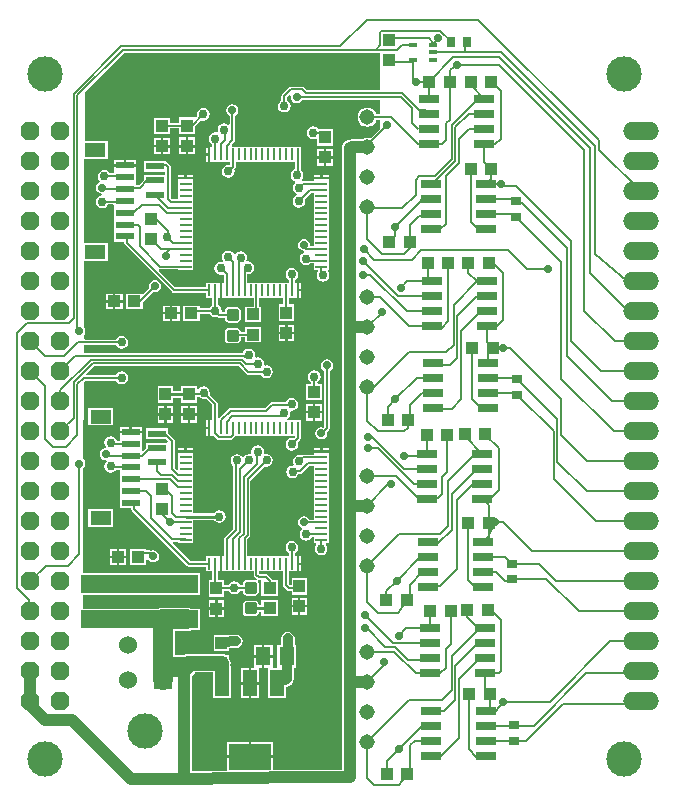
<source format=gtl>
G04*
G04 #@! TF.GenerationSoftware,Altium Limited,Altium Designer,23.7.1 (13)*
G04*
G04 Layer_Physical_Order=1*
G04 Layer_Color=255*
%FSLAX44Y44*%
%MOMM*%
G71*
G04*
G04 #@! TF.SameCoordinates,79E1B895-7913-4AE0-894B-E54B3F4E96D7*
G04*
G04*
G04 #@! TF.FilePolarity,Positive*
G04*
G01*
G75*
%ADD12R,0.7000X0.8999*%
%ADD13R,1.8001X1.1999*%
%ADD14R,1.5499X0.6000*%
%ADD15R,2.0000X1.5001*%
%ADD16R,1.0000X1.1001*%
%ADD17R,0.7000X0.4001*%
%ADD18R,1.0500X1.0800*%
%ADD19R,1.7800X0.7201*%
%ADD20R,1.3000X1.6000*%
%ADD21R,3.5999X2.1999*%
%ADD22R,1.2190X2.2350*%
%ADD23R,0.8999X0.7000*%
%ADD24R,1.6000X0.6000*%
%ADD25R,1.1001X1.0000*%
G04:AMPARAMS|DCode=26|XSize=1mm|YSize=1mm|CornerRadius=0.15mm|HoleSize=0mm|Usage=FLASHONLY|Rotation=0.000|XOffset=0mm|YOffset=0mm|HoleType=Round|Shape=RoundedRectangle|*
%AMROUNDEDRECTD26*
21,1,1.0000,0.7000,0,0,0.0*
21,1,0.7000,1.0000,0,0,0.0*
1,1,0.3000,0.3500,-0.3500*
1,1,0.3000,-0.3500,-0.3500*
1,1,0.3000,-0.3500,0.3500*
1,1,0.3000,0.3500,0.3500*
%
%ADD26ROUNDEDRECTD26*%
%ADD27R,1.1001X1.0000*%
%ADD28R,0.2200X1.0000*%
%ADD29R,1.0000X0.2200*%
%ADD56C,0.1524*%
%ADD57C,0.1600*%
%ADD58C,1.0160*%
%ADD59C,1.2700*%
%ADD60C,1.6764*%
%ADD61C,0.4064*%
%ADD62C,0.2499*%
%ADD63C,0.8128*%
%ADD64C,3.0000*%
G04:AMPARAMS|DCode=65|XSize=1.524mm|YSize=1.524mm|CornerRadius=0mm|HoleSize=0mm|Usage=FLASHONLY|Rotation=90.000|XOffset=0mm|YOffset=0mm|HoleType=Round|Shape=Octagon|*
%AMOCTAGOND65*
4,1,8,0.3810,0.7620,-0.3810,0.7620,-0.7620,0.3810,-0.7620,-0.3810,-0.3810,-0.7620,0.3810,-0.7620,0.7620,-0.3810,0.7620,0.3810,0.3810,0.7620,0.0*
%
%ADD65OCTAGOND65*%

%ADD66O,3.0480X1.5240*%
%ADD67C,1.3081*%
%ADD68C,1.5301*%
%ADD69R,1.5301X1.5301*%
%ADD70C,0.7064*%
%ADD71C,0.7564*%
G36*
X318750Y600771D02*
X256980D01*
X254477Y603275D01*
X253708Y603788D01*
X252801Y603969D01*
X243200D01*
X242293Y603788D01*
X241524Y603275D01*
X235825Y597575D01*
X235311Y596806D01*
X235131Y595899D01*
Y592298D01*
X233675Y591325D01*
X232502Y589570D01*
X232090Y587500D01*
X232502Y585429D01*
X233675Y583674D01*
X235430Y582501D01*
X237500Y582089D01*
X239571Y582501D01*
X241326Y583674D01*
X242498Y585429D01*
X242910Y587500D01*
X242498Y589570D01*
X241326Y591325D01*
X239870Y592298D01*
Y594918D01*
X241898Y596946D01*
X243068Y596320D01*
X242846Y595201D01*
X243238Y593228D01*
X244355Y591556D01*
X246028Y590438D01*
X248001Y590046D01*
X249973Y590438D01*
X251646Y591556D01*
X252498Y592831D01*
X318750D01*
Y580469D01*
X315547D01*
X314844Y582166D01*
X313551Y583851D01*
X311867Y585143D01*
X309905Y585956D01*
X307800Y586233D01*
X305695Y585956D01*
X303733Y585143D01*
X302048Y583851D01*
X300755Y582166D01*
X299943Y580204D01*
X299666Y578099D01*
X299943Y575994D01*
X300755Y574032D01*
X302048Y572347D01*
X303733Y571055D01*
X305695Y570242D01*
X307800Y569965D01*
X309905Y570242D01*
X311867Y571055D01*
X313551Y572347D01*
X314844Y574032D01*
X315547Y575729D01*
X318750D01*
Y568501D01*
X310541Y560292D01*
X309905Y560556D01*
X307800Y560833D01*
X305695Y560556D01*
X303733Y559743D01*
X303233Y559360D01*
X295100D01*
X293376Y559133D01*
X291975Y558553D01*
X291077Y558434D01*
X289471Y557769D01*
X288091Y556711D01*
X287032Y555331D01*
X286367Y553724D01*
X286140Y552000D01*
Y550400D01*
X286140Y550400D01*
X286140Y550400D01*
Y403200D01*
X286140Y403200D01*
X286140Y403199D01*
Y249601D01*
X286140Y249601D01*
X286140Y249601D01*
Y102400D01*
X286140Y102400D01*
X286140Y102400D01*
Y25762D01*
X248399D01*
X248344Y25754D01*
X248288Y25761D01*
X228730Y25433D01*
X227824Y26324D01*
Y35695D01*
X208300D01*
X188777D01*
Y24764D01*
X160467Y24289D01*
X159561Y25180D01*
Y105124D01*
X159965Y105434D01*
X161553Y107503D01*
X161783Y108057D01*
X177573D01*
Y85993D01*
X192810D01*
Y111390D01*
X192810D01*
X192036Y112175D01*
X192040Y112407D01*
X191862Y113919D01*
X191872Y113944D01*
X192143Y115999D01*
X191872Y118055D01*
X191079Y119970D01*
X190725Y120431D01*
Y123026D01*
X187812D01*
X186256Y123671D01*
X184201Y123941D01*
X156401D01*
X156400Y123941D01*
X155373Y123806D01*
X154345Y123671D01*
X152430Y122877D01*
X151926Y122491D01*
X144891D01*
Y131600D01*
X144725Y132861D01*
X144693Y133117D01*
Y142909D01*
X154701D01*
X157287Y143249D01*
X158793Y143873D01*
X166225D01*
Y161922D01*
X158806D01*
X157287Y162551D01*
X154701Y162892D01*
X134701D01*
X132115Y162551D01*
X130597Y161922D01*
X67748D01*
X66852Y162822D01*
X66896Y173876D01*
X166225D01*
Y191925D01*
X67868D01*
X66972Y192825D01*
X67324Y280940D01*
X67646Y281155D01*
X68763Y282827D01*
X69155Y284800D01*
X68763Y286773D01*
X67646Y288445D01*
X67355Y288639D01*
X67616Y353865D01*
X68881Y355130D01*
X95202D01*
X96174Y353675D01*
X97929Y352502D01*
X100000Y352090D01*
X102070Y352502D01*
X103825Y353675D01*
X104998Y355430D01*
X105410Y357500D01*
X104998Y359570D01*
X103825Y361325D01*
X102070Y362498D01*
X100000Y362910D01*
X97929Y362498D01*
X96174Y361325D01*
X95202Y359870D01*
X70479D01*
X69993Y361043D01*
X76181Y367231D01*
X199018D01*
X205423Y360826D01*
X206192Y360312D01*
X207099Y360131D01*
X217701D01*
X218673Y358676D01*
X220429Y357503D01*
X222499Y357091D01*
X224569Y357503D01*
X226324Y358676D01*
X227497Y360431D01*
X227909Y362501D01*
X227497Y364571D01*
X226324Y366327D01*
X224569Y367499D01*
X222499Y367911D01*
X221385Y367690D01*
X220305Y368770D01*
X220411Y369301D01*
X219999Y371371D01*
X218826Y373126D01*
X217071Y374299D01*
X215001Y374711D01*
X213729Y374458D01*
X212657Y375528D01*
X212910Y376799D01*
X212498Y378869D01*
X211326Y380624D01*
X209571Y381797D01*
X207500Y382209D01*
X205430Y381797D01*
X203675Y380624D01*
X202502Y378869D01*
X201600Y378371D01*
X68614D01*
X67717Y379271D01*
X67741Y385130D01*
X95202D01*
X96174Y383674D01*
X97929Y382502D01*
X100000Y382090D01*
X102070Y382502D01*
X103825Y383674D01*
X104998Y385429D01*
X105410Y387500D01*
X104998Y389570D01*
X103825Y391325D01*
X102070Y392498D01*
X100000Y392910D01*
X97929Y392498D01*
X96174Y391325D01*
X95202Y389869D01*
X68660D01*
X67764Y390769D01*
X67774Y393346D01*
X68763Y394826D01*
X69155Y396799D01*
X68763Y398772D01*
X67801Y400211D01*
X68027Y456677D01*
X87926D01*
Y471724D01*
X68987D01*
X68091Y472624D01*
X68371Y542676D01*
X87926D01*
Y557723D01*
X69331D01*
X68435Y558623D01*
X68599Y599648D01*
X101781Y632831D01*
X318750D01*
Y600771D01*
D02*
G37*
%LPC*%
G36*
X168999Y585909D02*
X166929Y585497D01*
X165173Y584325D01*
X164001Y582570D01*
X163589Y580499D01*
X163930Y578782D01*
X162706Y577557D01*
X161825Y577922D01*
Y577922D01*
X148777D01*
Y573270D01*
X140425D01*
Y577823D01*
X127377D01*
Y563775D01*
X140425D01*
Y568531D01*
X148777D01*
Y563874D01*
X161825D01*
Y569974D01*
X167282Y575431D01*
X168999Y575089D01*
X171069Y575501D01*
X172824Y576674D01*
X173997Y578429D01*
X174409Y580499D01*
X173997Y582570D01*
X172824Y584325D01*
X171069Y585497D01*
X168999Y585909D01*
D02*
G37*
G36*
X193599Y589154D02*
X191626Y588762D01*
X189954Y587644D01*
X188836Y585972D01*
X188444Y583999D01*
X188836Y582027D01*
X189954Y580354D01*
X191229Y579502D01*
Y572084D01*
X189959Y571569D01*
X188570Y572498D01*
X186500Y572910D01*
X184429Y572498D01*
X182674Y571325D01*
X181501Y569570D01*
X181089Y567500D01*
X181343Y566225D01*
X180273Y565155D01*
X178999Y565409D01*
X176929Y564997D01*
X175173Y563824D01*
X174001Y562069D01*
X173589Y559999D01*
X174001Y557929D01*
X175173Y556173D01*
X176629Y555201D01*
Y553124D01*
X175016D01*
Y546600D01*
Y540076D01*
X191630D01*
Y538407D01*
X190649Y537601D01*
X190101Y537710D01*
X188031Y537298D01*
X186276Y536126D01*
X185103Y534370D01*
X184691Y532300D01*
X185103Y530230D01*
X186276Y528475D01*
X188031Y527302D01*
X190101Y526890D01*
X192171Y527302D01*
X193927Y528475D01*
X195099Y530230D01*
X195511Y532300D01*
X195170Y534017D01*
X195676Y534524D01*
X196189Y535292D01*
X196370Y536199D01*
Y540076D01*
X246632D01*
Y534178D01*
X246230Y534098D01*
X244475Y532925D01*
X243302Y531170D01*
X242890Y529100D01*
X243302Y527029D01*
X244475Y525274D01*
X246230Y524102D01*
X246745Y523999D01*
X247013Y522651D01*
X246375Y522224D01*
X245202Y520469D01*
X244790Y518399D01*
X245202Y516328D01*
X246375Y514573D01*
X248130Y513400D01*
X248252Y513376D01*
Y512081D01*
X247830Y511997D01*
X246075Y510825D01*
X244902Y509070D01*
X244490Y506999D01*
X244902Y504929D01*
X246075Y503174D01*
X247830Y502001D01*
X249900Y501589D01*
X251971Y502001D01*
X253726Y503174D01*
X254899Y504929D01*
X255310Y506999D01*
X254969Y508717D01*
X260481Y514231D01*
X262477D01*
Y508975D01*
Y498975D01*
Y488975D01*
Y478975D01*
Y468970D01*
X260251D01*
X259445Y469952D01*
X259455Y469999D01*
X259062Y471972D01*
X257945Y473644D01*
X256272Y474762D01*
X254300Y475154D01*
X252327Y474762D01*
X250655Y473644D01*
X249537Y471972D01*
X249145Y469999D01*
X249537Y468026D01*
X250655Y466354D01*
X252327Y465237D01*
X254079Y464888D01*
X254476Y464622D01*
X254354Y463329D01*
X254342Y463301D01*
X253830Y463199D01*
X252075Y462026D01*
X250902Y460271D01*
X250490Y458201D01*
X250902Y456130D01*
X252075Y454375D01*
X253830Y453203D01*
X255900Y452791D01*
X257970Y453203D01*
X259509Y454231D01*
X262477D01*
Y448975D01*
X265763D01*
X266074Y448517D01*
X266326Y447705D01*
X265301Y446171D01*
X264889Y444101D01*
X265301Y442031D01*
X266474Y440276D01*
X268229Y439103D01*
X270299Y438691D01*
X272369Y439103D01*
X274125Y440276D01*
X275297Y442031D01*
X275709Y444101D01*
X275297Y446171D01*
X274272Y447705D01*
X274667Y448975D01*
X275525D01*
Y458975D01*
Y468975D01*
Y478975D01*
Y488975D01*
Y498975D01*
Y508975D01*
Y518975D01*
Y525584D01*
X269001D01*
X262477D01*
Y523969D01*
X253401D01*
X252974Y523884D01*
X252598Y524063D01*
X252465Y524403D01*
X252339Y525593D01*
X253298Y527029D01*
X253710Y529100D01*
X253298Y531170D01*
X252126Y532925D01*
X251371Y533430D01*
Y540076D01*
X251625D01*
Y553124D01*
X193333D01*
X192847Y554298D01*
X195274Y556726D01*
X195788Y557494D01*
X195968Y558401D01*
Y579502D01*
X197244Y580354D01*
X198361Y582027D01*
X198754Y583999D01*
X198361Y585972D01*
X197244Y587644D01*
X195571Y588762D01*
X193599Y589154D01*
D02*
G37*
G36*
X161825Y560925D02*
X156317D01*
Y554916D01*
X161825D01*
Y560925D01*
D02*
G37*
G36*
X154285D02*
X148777D01*
Y554916D01*
X154285D01*
Y560925D01*
D02*
G37*
G36*
X140425Y560826D02*
X134917D01*
Y554817D01*
X140425D01*
Y560826D01*
D02*
G37*
G36*
X132885D02*
X127377D01*
Y554817D01*
X132885D01*
Y560826D01*
D02*
G37*
G36*
X262100Y570410D02*
X260030Y569998D01*
X258275Y568826D01*
X257102Y567071D01*
X256690Y565000D01*
X257102Y562930D01*
X258275Y561175D01*
X260030Y560002D01*
X262100Y559590D01*
X264170Y560002D01*
X264456Y560193D01*
X265576Y559594D01*
Y554074D01*
X278624D01*
Y568123D01*
X266395D01*
X265926Y568826D01*
X264170Y569998D01*
X262100Y570410D01*
D02*
G37*
G36*
X172984Y553124D02*
X171376D01*
Y547616D01*
X172984D01*
Y553124D01*
D02*
G37*
G36*
X161825Y552884D02*
X156317D01*
Y546876D01*
X161825D01*
Y552884D01*
D02*
G37*
G36*
X154285D02*
X148777D01*
Y546876D01*
X154285D01*
Y552884D01*
D02*
G37*
G36*
X140425Y552785D02*
X134917D01*
Y546777D01*
X140425D01*
Y552785D01*
D02*
G37*
G36*
X132885D02*
X127377D01*
Y546777D01*
X132885D01*
Y552785D01*
D02*
G37*
G36*
X278624Y551125D02*
X273116D01*
Y545117D01*
X278624D01*
Y551125D01*
D02*
G37*
G36*
X271084D02*
X265576D01*
Y545117D01*
X271084D01*
Y551125D01*
D02*
G37*
G36*
X172984Y545584D02*
X171376D01*
Y540076D01*
X172984D01*
Y545584D01*
D02*
G37*
G36*
X111925Y541724D02*
X103668D01*
Y538216D01*
X111925D01*
Y541724D01*
D02*
G37*
G36*
X101636D02*
X93378D01*
Y538216D01*
X101636D01*
Y541724D01*
D02*
G37*
G36*
X278624Y543085D02*
X273116D01*
Y537077D01*
X278624D01*
Y543085D01*
D02*
G37*
G36*
X271084D02*
X265576D01*
Y537077D01*
X271084D01*
Y543085D01*
D02*
G37*
G36*
X275525Y529224D02*
X270017D01*
Y527616D01*
X275525D01*
Y529224D01*
D02*
G37*
G36*
X160524D02*
X155016D01*
Y527616D01*
X160524D01*
Y529224D01*
D02*
G37*
G36*
X152984D02*
X147476D01*
Y527616D01*
X152984D01*
Y529224D01*
D02*
G37*
G36*
X267985D02*
X262477D01*
Y527616D01*
X267985D01*
Y529224D01*
D02*
G37*
G36*
X137624Y541022D02*
X118576D01*
Y531975D01*
X136830D01*
Y529024D01*
X118576D01*
Y525127D01*
X114218Y520768D01*
X112685D01*
X111925Y521724D01*
Y522676D01*
X111925D01*
Y531406D01*
X111925Y531724D01*
Y532676D01*
X111925Y532994D01*
Y536184D01*
X102652D01*
X93378D01*
Y532994D01*
X93378Y532676D01*
Y531724D01*
X92454Y530570D01*
X89799D01*
X88827Y532026D01*
X87071Y533199D01*
X85001Y533611D01*
X82931Y533199D01*
X81176Y532026D01*
X80003Y530271D01*
X79591Y528201D01*
X80003Y526130D01*
X81176Y524375D01*
X81208Y524354D01*
X80967Y522987D01*
X79555Y522044D01*
X78438Y520372D01*
X78045Y518399D01*
X78438Y516426D01*
X79555Y514754D01*
X81228Y513636D01*
X83200Y513244D01*
X83394Y512009D01*
X81331Y511599D01*
X79575Y510426D01*
X78403Y508671D01*
X77991Y506600D01*
X78403Y504530D01*
X79575Y502775D01*
X81331Y501602D01*
X83401Y501190D01*
X85471Y501602D01*
X87226Y502775D01*
X88199Y504231D01*
X92480D01*
X93353Y503358D01*
X93378Y502961D01*
X93378Y502676D01*
Y501724D01*
X93378Y501406D01*
Y492676D01*
X93378D01*
Y491724D01*
X93378D01*
Y482994D01*
X93378Y482676D01*
Y481724D01*
X93378Y481406D01*
Y472676D01*
X101631D01*
Y472001D01*
X101811Y471094D01*
X102325Y470325D01*
X142723Y429924D01*
X143492Y429410D01*
X144399Y429230D01*
X171376D01*
Y425075D01*
X176629D01*
Y418899D01*
X175173Y417927D01*
X174201Y416471D01*
X165823D01*
Y418624D01*
X151774D01*
Y405576D01*
X165823D01*
Y411732D01*
X174201D01*
X175173Y410276D01*
X176929Y409103D01*
X178999Y408691D01*
X180737Y409037D01*
X181035Y408838D01*
X181421Y408580D01*
X181422Y408580D01*
X181422Y408579D01*
X181857Y408493D01*
X182328Y408399D01*
X182328Y408399D01*
X182329Y408399D01*
X187318D01*
Y407271D01*
X187553Y406091D01*
X188221Y405091D01*
X189221Y404423D01*
X190401Y404188D01*
X197401D01*
X198581Y404423D01*
X199581Y405091D01*
X200250Y406091D01*
X200484Y407271D01*
Y414271D01*
X200250Y415451D01*
X199581Y416451D01*
X198581Y417120D01*
X197401Y417355D01*
X190401D01*
X189221Y417120D01*
X188221Y416451D01*
X187553Y415451D01*
X187318Y414271D01*
Y413138D01*
X185199D01*
X184409Y414101D01*
X183997Y416172D01*
X182824Y417927D01*
X181369Y418899D01*
Y425075D01*
X182984D01*
Y431599D01*
Y438123D01*
X171376D01*
Y433969D01*
X145381D01*
X131066Y448284D01*
X131797Y449350D01*
X132400Y449230D01*
X147476D01*
Y448975D01*
X160524D01*
Y458975D01*
Y468975D01*
Y478975D01*
Y488975D01*
Y498975D01*
Y508975D01*
Y518975D01*
Y525584D01*
X154000D01*
X147476D01*
Y518975D01*
Y508970D01*
X142381D01*
X141569Y509782D01*
Y536001D01*
X141389Y536908D01*
X140875Y537677D01*
X139275Y539277D01*
X138506Y539790D01*
X137624Y539966D01*
Y541022D01*
D02*
G37*
G36*
X189901Y465211D02*
X187830Y464799D01*
X186075Y463626D01*
X184902Y461871D01*
X184491Y459801D01*
X184902Y457731D01*
X185708Y456525D01*
X184944Y455382D01*
X183799Y455610D01*
X181729Y455198D01*
X179974Y454025D01*
X178801Y452270D01*
X178389Y450200D01*
X178801Y448129D01*
X179974Y446374D01*
X181729Y445201D01*
X183799Y444790D01*
X185517Y445131D01*
X186629Y444019D01*
Y438123D01*
X185016D01*
Y431599D01*
Y425075D01*
X211630D01*
Y417623D01*
X204177D01*
Y404575D01*
X218225D01*
Y417623D01*
X216370D01*
Y425075D01*
X236629D01*
Y419523D01*
X232876D01*
Y405474D01*
X245924D01*
Y419523D01*
X241368D01*
Y425075D01*
X247985D01*
Y431599D01*
Y438123D01*
X246370D01*
Y440202D01*
X247826Y441175D01*
X248998Y442930D01*
X249410Y445000D01*
X248998Y447071D01*
X247826Y448826D01*
X246070Y449999D01*
X244000Y450410D01*
X241930Y449999D01*
X240175Y448826D01*
X239002Y447071D01*
X238590Y445000D01*
X239002Y442930D01*
X240175Y441175D01*
X241630Y440202D01*
Y438123D01*
X206370D01*
Y445184D01*
X206500Y445290D01*
X208570Y445702D01*
X210325Y446875D01*
X211498Y448630D01*
X211910Y450700D01*
X211498Y452771D01*
X210325Y454526D01*
X208570Y455698D01*
X206500Y456110D01*
X206223Y456055D01*
X205518Y457111D01*
X205597Y457230D01*
X206009Y459301D01*
X205597Y461371D01*
X204424Y463126D01*
X202669Y464299D01*
X200599Y464711D01*
X198529Y464299D01*
X196774Y463126D01*
X196122Y462152D01*
X195832Y462085D01*
X194653Y462239D01*
X193726Y463626D01*
X191971Y464799D01*
X189901Y465211D01*
D02*
G37*
G36*
X251625Y438123D02*
X250017D01*
Y432615D01*
X251625D01*
Y438123D01*
D02*
G37*
G36*
X128001Y440356D02*
X126028Y439964D01*
X124356Y438846D01*
X123238Y437174D01*
X122846Y435201D01*
X123145Y433696D01*
X118691Y429241D01*
X117624Y428723D01*
Y428723D01*
X117624Y428723D01*
X103575D01*
Y415675D01*
X117624D01*
Y421470D01*
X126497Y430345D01*
X128001Y430046D01*
X129973Y430438D01*
X131646Y431556D01*
X132763Y433228D01*
X133156Y435201D01*
X132763Y437174D01*
X131646Y438846D01*
X129973Y439964D01*
X128001Y440356D01*
D02*
G37*
G36*
X251625Y430583D02*
X250017D01*
Y425075D01*
X251625D01*
Y430583D01*
D02*
G37*
G36*
X100626Y428723D02*
X94618D01*
Y423215D01*
X100626D01*
Y428723D01*
D02*
G37*
G36*
X92585D02*
X86577D01*
Y423215D01*
X92585D01*
Y428723D01*
D02*
G37*
G36*
X100626Y421183D02*
X94618D01*
Y415675D01*
X100626D01*
Y421183D01*
D02*
G37*
G36*
X92585D02*
X86577D01*
Y415675D01*
X92585D01*
Y421183D01*
D02*
G37*
G36*
X148825Y418624D02*
X142817D01*
Y413116D01*
X148825D01*
Y418624D01*
D02*
G37*
G36*
X140785D02*
X134776D01*
Y413116D01*
X140785D01*
Y418624D01*
D02*
G37*
G36*
X148825Y411084D02*
X142817D01*
Y405576D01*
X148825D01*
Y411084D01*
D02*
G37*
G36*
X140785D02*
X134776D01*
Y405576D01*
X140785D01*
Y411084D01*
D02*
G37*
G36*
X245924Y402525D02*
X240416D01*
Y396517D01*
X245924D01*
Y402525D01*
D02*
G37*
G36*
X238384D02*
X232876D01*
Y396517D01*
X238384D01*
Y402525D01*
D02*
G37*
G36*
X218225Y400625D02*
X204177D01*
Y396468D01*
X200484D01*
Y396730D01*
X200250Y397910D01*
X199581Y398910D01*
X198581Y399579D01*
X197401Y399813D01*
X190401D01*
X189221Y399579D01*
X188221Y398910D01*
X187553Y397910D01*
X187318Y396730D01*
Y389730D01*
X187553Y388550D01*
X188221Y387550D01*
X189221Y386882D01*
X190401Y386647D01*
X197401D01*
X198581Y386882D01*
X199581Y387550D01*
X200250Y388550D01*
X200484Y389730D01*
Y391729D01*
X204177D01*
Y387577D01*
X218225D01*
Y400625D01*
D02*
G37*
G36*
X245924Y394485D02*
X240416D01*
Y388476D01*
X245924D01*
Y394485D01*
D02*
G37*
G36*
X238384D02*
X232876D01*
Y388476D01*
X238384D01*
Y394485D01*
D02*
G37*
G36*
X163224Y350524D02*
X150176D01*
Y346328D01*
X143425D01*
Y350524D01*
X130377D01*
Y336475D01*
X143425D01*
Y340671D01*
X150176D01*
Y336475D01*
X163224D01*
Y341130D01*
X165442D01*
X167129Y340002D01*
X169200Y339591D01*
X170917Y339932D01*
X176629Y334220D01*
Y321525D01*
X175016D01*
Y315001D01*
Y308477D01*
X177772D01*
X180724Y305525D01*
X181493Y305011D01*
X182400Y304831D01*
X192001D01*
X192908Y305011D01*
X193677Y305525D01*
X195676Y307524D01*
X196189Y308293D01*
X196226Y308477D01*
X246632D01*
Y307181D01*
X245719Y306269D01*
X244000Y306611D01*
X241930Y306199D01*
X240175Y305026D01*
X239002Y303271D01*
X238590Y301201D01*
X239002Y299130D01*
X240175Y297375D01*
X241930Y296203D01*
X244000Y295791D01*
X246070Y296203D01*
X247826Y297375D01*
X248998Y299130D01*
X249410Y301201D01*
X249069Y302917D01*
X250676Y304524D01*
X250677Y304524D01*
X250677Y304524D01*
X250948Y304930D01*
X251190Y305292D01*
X251190Y305292D01*
X251190Y305293D01*
X251281Y305748D01*
X251371Y306199D01*
X251371Y306199D01*
X251371Y306199D01*
Y308477D01*
X251625D01*
Y321525D01*
X240094D01*
X239709Y322795D01*
X241026Y323675D01*
X242199Y325430D01*
X242610Y327500D01*
X242388Y328616D01*
X243468Y329696D01*
X244000Y329591D01*
X246070Y330002D01*
X247826Y331175D01*
X248998Y332930D01*
X249410Y335001D01*
X248998Y337071D01*
X247826Y338826D01*
X246070Y339999D01*
X244000Y340411D01*
X241930Y339999D01*
X240175Y338826D01*
X239002Y337071D01*
X238942Y336771D01*
X227201D01*
X226294Y336590D01*
X225525Y336077D01*
X221418Y331970D01*
X192001D01*
X191094Y331790D01*
X190326Y331276D01*
X182638Y323589D01*
X181400Y324022D01*
X181369Y324048D01*
Y335201D01*
X181188Y336108D01*
X180674Y336877D01*
X174268Y343283D01*
X174610Y345001D01*
X174198Y347071D01*
X173025Y348826D01*
X171270Y349999D01*
X169200Y350411D01*
X167129Y349999D01*
X165374Y348826D01*
X164494Y347509D01*
X163224Y347895D01*
Y350524D01*
D02*
G37*
G36*
X262999Y363710D02*
X260929Y363298D01*
X259174Y362126D01*
X258001Y360370D01*
X257589Y358300D01*
X258001Y356230D01*
X259174Y354475D01*
X260319Y353709D01*
X260236Y352458D01*
X258985Y352322D01*
X256076D01*
Y338273D01*
X269124D01*
Y352322D01*
X265906D01*
X265881Y352349D01*
X265504Y353592D01*
X266825Y354475D01*
X267997Y356230D01*
X268409Y358300D01*
X267997Y360370D01*
X266825Y362126D01*
X265070Y363298D01*
X262999Y363710D01*
D02*
G37*
G36*
X269124Y335325D02*
X263616D01*
Y329316D01*
X269124D01*
Y335325D01*
D02*
G37*
G36*
X261584D02*
X256076D01*
Y329316D01*
X261584D01*
Y335325D01*
D02*
G37*
G36*
X163224Y333526D02*
X157716D01*
Y327518D01*
X163224D01*
Y333526D01*
D02*
G37*
G36*
X143425D02*
X137917D01*
Y327518D01*
X143425D01*
Y333526D01*
D02*
G37*
G36*
X155684D02*
X150176D01*
Y327518D01*
X155684D01*
Y333526D01*
D02*
G37*
G36*
X135885D02*
X130377D01*
Y327518D01*
X135885D01*
Y333526D01*
D02*
G37*
G36*
X269124Y327284D02*
X263616D01*
Y321276D01*
X269124D01*
Y327284D01*
D02*
G37*
G36*
X261584D02*
X256076D01*
Y321276D01*
X261584D01*
Y327284D01*
D02*
G37*
G36*
X163224Y325486D02*
X157716D01*
Y319477D01*
X163224D01*
Y325486D01*
D02*
G37*
G36*
X155684D02*
X150176D01*
Y319477D01*
X155684D01*
Y325486D01*
D02*
G37*
G36*
X143425D02*
X137917D01*
Y319477D01*
X143425D01*
Y325486D01*
D02*
G37*
G36*
X135885D02*
X130377D01*
Y319477D01*
X135885D01*
Y325486D01*
D02*
G37*
G36*
X92726Y332123D02*
X71677D01*
Y317076D01*
X92726D01*
Y332123D01*
D02*
G37*
G36*
X172984Y321525D02*
X171376D01*
Y316017D01*
X172984D01*
Y321525D01*
D02*
G37*
G36*
X273601Y373155D02*
X271628Y372763D01*
X269956Y371645D01*
X268839Y369973D01*
X268446Y368000D01*
X268839Y366028D01*
X269956Y364355D01*
X271231Y363503D01*
Y316181D01*
X270306Y315256D01*
X268801Y315556D01*
X266828Y315163D01*
X265156Y314046D01*
X264038Y312373D01*
X263646Y310401D01*
X264038Y308428D01*
X265156Y306756D01*
X266828Y305638D01*
X268801Y305246D01*
X270773Y305638D01*
X272446Y306756D01*
X273563Y308428D01*
X273955Y310401D01*
X273657Y311904D01*
X275276Y313523D01*
X275277Y313523D01*
X275277Y313523D01*
X275532Y313905D01*
X275790Y314291D01*
X275790Y314292D01*
X275790Y314292D01*
X275879Y314737D01*
X275971Y315198D01*
X275971Y315198D01*
X275971Y315199D01*
Y363503D01*
X277246Y364355D01*
X278364Y366028D01*
X278756Y368000D01*
X278364Y369973D01*
X277246Y371645D01*
X275574Y372763D01*
X273601Y373155D01*
D02*
G37*
G36*
X116726Y316123D02*
X108468D01*
Y312616D01*
X116726D01*
Y316123D01*
D02*
G37*
G36*
X106436D02*
X98179D01*
Y312616D01*
X106436D01*
Y316123D01*
D02*
G37*
G36*
X172984Y313985D02*
X171376D01*
Y308477D01*
X172984D01*
Y313985D01*
D02*
G37*
G36*
X275525Y297624D02*
X270017D01*
Y296017D01*
X275525D01*
Y297624D01*
D02*
G37*
G36*
X160524D02*
X155016D01*
Y296017D01*
X160524D01*
Y297624D01*
D02*
G37*
G36*
X152984D02*
X147476D01*
Y296017D01*
X152984D01*
Y297624D01*
D02*
G37*
G36*
X267985D02*
X262477D01*
Y296017D01*
X267985D01*
Y297624D01*
D02*
G37*
G36*
X139224Y314622D02*
X120176D01*
Y305575D01*
X137474D01*
X139156Y303893D01*
X138630Y302623D01*
X120176D01*
Y297927D01*
X117889Y295641D01*
X116726Y296123D01*
Y297076D01*
X116726Y297393D01*
Y305806D01*
X116726Y306123D01*
Y307076D01*
X116726Y307393D01*
Y310584D01*
X107452D01*
X98179D01*
Y307393D01*
X98179Y307076D01*
Y306123D01*
X98179Y305806D01*
Y303969D01*
X95799D01*
X95699Y304470D01*
X94526Y306225D01*
X92771Y307398D01*
X90701Y307810D01*
X88631Y307398D01*
X86875Y306225D01*
X85703Y304470D01*
X85291Y302400D01*
X85703Y300329D01*
X86479Y299168D01*
X86473Y299073D01*
X85852Y297847D01*
X84428Y297564D01*
X82756Y296446D01*
X81638Y294774D01*
X81246Y292801D01*
X81638Y290828D01*
X82756Y289156D01*
X84428Y288039D01*
X86401Y287646D01*
X86850Y287735D01*
X87345Y286539D01*
X86875Y286225D01*
X85703Y284470D01*
X85291Y282400D01*
X85703Y280329D01*
X86875Y278574D01*
X88631Y277402D01*
X90701Y276990D01*
X92771Y277402D01*
X94526Y278574D01*
X94965Y279230D01*
X98179D01*
Y277393D01*
X98179Y277076D01*
Y276123D01*
X98179Y275806D01*
Y267076D01*
X98179D01*
Y266123D01*
X98179D01*
Y257076D01*
X98179D01*
Y256123D01*
X98179D01*
Y247076D01*
X108032D01*
Y246400D01*
X108212Y245494D01*
X108726Y244725D01*
X155124Y198324D01*
X155892Y197810D01*
X156799Y197630D01*
X171376D01*
Y193476D01*
X176629D01*
Y186122D01*
X173476D01*
Y172074D01*
X186524D01*
Y177231D01*
X190203D01*
X191175Y175775D01*
X192931Y174603D01*
X195001Y174191D01*
X197071Y174603D01*
X198826Y175775D01*
X199845Y177300D01*
X202718D01*
Y176169D01*
X202953Y174989D01*
X203621Y173989D01*
X204621Y173321D01*
X205801Y173086D01*
X212801D01*
X213981Y173321D01*
X214981Y173989D01*
X215650Y174989D01*
X215884Y176169D01*
Y183169D01*
X215650Y184349D01*
X214990Y185337D01*
X215003Y185398D01*
X215500Y186530D01*
X215999Y186431D01*
X217116D01*
X218175Y185922D01*
Y172874D01*
X232223D01*
Y185922D01*
X227906D01*
X227789Y186507D01*
X227276Y187276D01*
X224075Y190476D01*
X223307Y190990D01*
X222400Y191170D01*
X216981D01*
X216370Y191781D01*
Y193476D01*
X236629D01*
Y181800D01*
X236810Y180894D01*
X237323Y180125D01*
X239924Y177524D01*
X240693Y177010D01*
X241600Y176830D01*
X243676D01*
Y173974D01*
X256724D01*
Y188022D01*
X243676D01*
Y181992D01*
X242406Y181744D01*
X241368Y182782D01*
Y193476D01*
X247985D01*
Y200000D01*
Y206524D01*
X246370D01*
Y209301D01*
X247826Y210274D01*
X248998Y212029D01*
X249410Y214099D01*
X248998Y216169D01*
X247826Y217925D01*
X246070Y219097D01*
X244000Y219509D01*
X241930Y219097D01*
X240175Y217925D01*
X239002Y216169D01*
X238590Y214099D01*
X239002Y212029D01*
X240175Y210274D01*
X241630Y209301D01*
Y206524D01*
X206370D01*
Y220618D01*
X208076Y222325D01*
X208590Y223093D01*
X208770Y224000D01*
Y270418D01*
X220782Y282432D01*
X222499Y282090D01*
X224569Y282502D01*
X226324Y283675D01*
X227497Y285430D01*
X227909Y287500D01*
X227497Y289570D01*
X226324Y291325D01*
X224569Y292498D01*
X222499Y292910D01*
X221228Y292657D01*
X220158Y293729D01*
X220411Y295001D01*
X219999Y297071D01*
X218826Y298826D01*
X217071Y299999D01*
X215001Y300411D01*
X212931Y299999D01*
X211175Y298826D01*
X210003Y297071D01*
X209591Y295001D01*
X209844Y293727D01*
X208774Y292657D01*
X207500Y292910D01*
X205430Y292498D01*
X203675Y291325D01*
X203264Y290711D01*
X201737D01*
X201326Y291325D01*
X199571Y292498D01*
X197500Y292910D01*
X195430Y292498D01*
X193675Y291325D01*
X192502Y289570D01*
X192090Y287500D01*
X192502Y285430D01*
X193675Y283675D01*
X194430Y283170D01*
Y229782D01*
X187323Y222676D01*
X186810Y221907D01*
X186629Y221000D01*
Y206524D01*
X185016D01*
Y200000D01*
Y193476D01*
X211630D01*
Y190800D01*
X211811Y189893D01*
X212325Y189124D01*
X214174Y187274D01*
X214046Y186728D01*
X213602Y186093D01*
X212801Y186253D01*
X205801D01*
X204621Y186018D01*
X203621Y185350D01*
X202953Y184349D01*
X202718Y183169D01*
Y182039D01*
X199753D01*
X198826Y183426D01*
X197071Y184599D01*
X195001Y185011D01*
X192931Y184599D01*
X191175Y183426D01*
X190203Y181971D01*
X186524D01*
Y186122D01*
X181369D01*
Y193476D01*
X182984D01*
Y200000D01*
Y206524D01*
X171376D01*
Y202369D01*
X157781D01*
X142991Y217160D01*
X143517Y218430D01*
X147476D01*
Y217376D01*
X160524D01*
Y227376D01*
Y237171D01*
X178007D01*
X178673Y236174D01*
X180429Y235001D01*
X182499Y234590D01*
X184569Y235001D01*
X186325Y236174D01*
X187497Y237929D01*
X187909Y240000D01*
X187497Y242070D01*
X186325Y243825D01*
X184569Y244998D01*
X182499Y245410D01*
X180429Y244998D01*
X178673Y243825D01*
X178007Y242827D01*
X160524D01*
Y247376D01*
Y257376D01*
Y267376D01*
Y277376D01*
Y287376D01*
Y293985D01*
X154000D01*
X147476D01*
Y292377D01*
Y279935D01*
X146303Y279449D01*
X144770Y280981D01*
Y304000D01*
X144589Y304907D01*
X144076Y305676D01*
X139224Y310527D01*
Y314622D01*
D02*
G37*
G36*
X275525Y293985D02*
X269001D01*
X262477D01*
Y292369D01*
X253299D01*
X253298Y292369D01*
X253298Y292369D01*
X252847Y292279D01*
X252392Y292189D01*
X252392Y292188D01*
X252391Y292188D01*
X252020Y291940D01*
X251890Y291853D01*
X250101Y292209D01*
X248031Y291797D01*
X246276Y290625D01*
X245103Y288869D01*
X244691Y286799D01*
X245103Y284729D01*
X245444Y284218D01*
X244681Y283075D01*
X244500Y283111D01*
X242430Y282699D01*
X240675Y281526D01*
X239502Y279771D01*
X239090Y277701D01*
X239502Y275630D01*
X240675Y273875D01*
X242430Y272703D01*
X244500Y272291D01*
X246571Y272703D01*
X248326Y273875D01*
X249499Y275630D01*
X249578Y276030D01*
X251201D01*
X251201Y276030D01*
X251201Y276030D01*
X251640Y276117D01*
X252108Y276210D01*
X252108Y276210D01*
X252108Y276210D01*
X252463Y276447D01*
X252876Y276724D01*
X252877Y276724D01*
X252877Y276724D01*
X258782Y282631D01*
X262477D01*
Y277376D01*
Y267376D01*
Y257376D01*
Y247376D01*
Y237370D01*
X258929D01*
X257945Y238844D01*
X256272Y239961D01*
X254300Y240354D01*
X252327Y239961D01*
X250655Y238844D01*
X249537Y237172D01*
X249145Y235199D01*
X249537Y233226D01*
X250655Y231554D01*
X252327Y230436D01*
X252496Y229108D01*
X252075Y228826D01*
X250902Y227071D01*
X250490Y225001D01*
X250902Y222931D01*
X252075Y221175D01*
X253830Y220003D01*
X255900Y219591D01*
X257970Y220003D01*
X259725Y221175D01*
X260698Y222631D01*
X262477D01*
Y217376D01*
X264335D01*
X264727Y216106D01*
X263701Y214569D01*
X263289Y212499D01*
X263701Y210429D01*
X264874Y208673D01*
X266629Y207501D01*
X268699Y207089D01*
X270769Y207501D01*
X272524Y208673D01*
X273697Y210429D01*
X274109Y212499D01*
X273697Y214569D01*
X272671Y216106D01*
X272919Y216910D01*
X273233Y217376D01*
X275525D01*
Y222377D01*
Y232377D01*
Y242377D01*
Y252377D01*
Y262377D01*
Y272377D01*
Y282377D01*
Y292377D01*
Y293985D01*
D02*
G37*
G36*
X92726Y246124D02*
X71677D01*
Y231077D01*
X92726D01*
Y246124D01*
D02*
G37*
G36*
X103725Y212223D02*
X97716D01*
Y206715D01*
X103725D01*
Y212223D01*
D02*
G37*
G36*
X95684D02*
X89676D01*
Y206715D01*
X95684D01*
Y212223D01*
D02*
G37*
G36*
X120722D02*
X106674D01*
Y199175D01*
X120722D01*
Y203512D01*
X121992Y203897D01*
X122755Y202755D01*
X124428Y201638D01*
X126401Y201245D01*
X128373Y201638D01*
X130046Y202755D01*
X131163Y204428D01*
X131556Y206400D01*
X131163Y208373D01*
X130046Y210046D01*
X128373Y211163D01*
X126401Y211555D01*
X124432Y211164D01*
X123901Y211269D01*
X120722D01*
Y212223D01*
D02*
G37*
G36*
X251625Y206524D02*
X250017D01*
Y201016D01*
X251625D01*
Y206524D01*
D02*
G37*
G36*
X103725Y204683D02*
X97716D01*
Y199175D01*
X103725D01*
Y204683D01*
D02*
G37*
G36*
X95684D02*
X89676D01*
Y199175D01*
X95684D01*
Y204683D01*
D02*
G37*
G36*
X251625Y198984D02*
X250017D01*
Y193476D01*
X251625D01*
Y198984D01*
D02*
G37*
G36*
X256724Y171024D02*
X251216D01*
Y165016D01*
X256724D01*
Y171024D01*
D02*
G37*
G36*
X249184D02*
X243676D01*
Y165016D01*
X249184D01*
Y171024D01*
D02*
G37*
G36*
X232223Y168924D02*
X218175D01*
Y164959D01*
X215884D01*
Y165628D01*
X215650Y166808D01*
X214981Y167808D01*
X213981Y168477D01*
X212801Y168711D01*
X205801D01*
X204621Y168477D01*
X203621Y167808D01*
X202953Y166808D01*
X202718Y165628D01*
Y158628D01*
X202953Y157448D01*
X203621Y156448D01*
X204621Y155780D01*
X205801Y155545D01*
X212801D01*
X213981Y155780D01*
X214981Y156448D01*
X215650Y157448D01*
X215884Y158628D01*
Y159303D01*
X218175D01*
Y155876D01*
X232223D01*
Y168924D01*
D02*
G37*
G36*
X186524Y169125D02*
X181016D01*
Y163116D01*
X186524D01*
Y169125D01*
D02*
G37*
G36*
X178984D02*
X173476D01*
Y163116D01*
X178984D01*
Y169125D01*
D02*
G37*
G36*
X256724Y162984D02*
X251216D01*
Y156976D01*
X256724D01*
Y162984D01*
D02*
G37*
G36*
X249184D02*
X243676D01*
Y156976D01*
X249184D01*
Y162984D01*
D02*
G37*
G36*
X186524Y161084D02*
X181016D01*
Y155076D01*
X186524D01*
Y161084D01*
D02*
G37*
G36*
X178984D02*
X173476D01*
Y155076D01*
X178984D01*
Y161084D01*
D02*
G37*
G36*
X190725Y140024D02*
Y140024D01*
X177677D01*
Y125975D01*
X190725D01*
Y128451D01*
X196551Y128504D01*
X198727Y128957D01*
X200565Y130209D01*
X201783Y132068D01*
X202197Y134253D01*
X201743Y136429D01*
X200492Y138266D01*
X198632Y139484D01*
X196448Y139898D01*
X190902Y139848D01*
X190725Y140024D01*
D02*
G37*
G36*
X227724Y131025D02*
X220716D01*
Y122517D01*
X227724D01*
Y131025D01*
D02*
G37*
G36*
X218684D02*
X211676D01*
Y122517D01*
X218684D01*
Y131025D01*
D02*
G37*
G36*
X240393Y142496D02*
X238221Y142021D01*
X236396Y140752D01*
X235196Y138881D01*
X234803Y136693D01*
X234893Y131931D01*
X234003Y131025D01*
X231676D01*
Y111977D01*
X230649Y111390D01*
X228751D01*
X227724Y111977D01*
X227724Y112661D01*
Y120485D01*
X220716D01*
Y111977D01*
X222764D01*
X223790Y111390D01*
X223790Y110707D01*
Y85993D01*
X239028D01*
Y95715D01*
X241910Y96928D01*
X242817Y97541D01*
X243729Y98150D01*
X243738Y98164D01*
X243752Y98174D01*
X244354Y99087D01*
X244964Y99999D01*
X244967Y100015D01*
X244976Y100029D01*
X245184Y101105D01*
X245397Y102179D01*
Y111977D01*
X247724D01*
Y131025D01*
X246307D01*
X246196Y136906D01*
X245722Y139078D01*
X244452Y140903D01*
X242581Y142103D01*
X240393Y142496D01*
D02*
G37*
G36*
X218684Y120485D02*
X211676D01*
Y112661D01*
X211676Y111977D01*
X210649Y111390D01*
X209316D01*
Y99708D01*
X215919D01*
Y110707D01*
X215919Y111390D01*
X216946Y111977D01*
X218684D01*
Y120485D01*
D02*
G37*
G36*
X207284Y111390D02*
X200682D01*
Y99708D01*
X207284D01*
Y111390D01*
D02*
G37*
G36*
X215919Y97676D02*
X209316D01*
Y85993D01*
X215919D01*
Y97676D01*
D02*
G37*
G36*
X207284D02*
X200682D01*
Y85993D01*
X207284D01*
Y97676D01*
D02*
G37*
G36*
X227824Y49234D02*
X209316D01*
Y37727D01*
X227824D01*
Y49234D01*
D02*
G37*
G36*
X207284D02*
X188777D01*
Y37727D01*
X207284D01*
Y49234D01*
D02*
G37*
%LPD*%
D12*
X379100Y641599D02*
D03*
X392100D02*
D03*
D13*
X77401Y464200D02*
D03*
Y550200D02*
D03*
X82202Y238600D02*
D03*
Y324599D02*
D03*
D14*
X102652Y537200D02*
D03*
Y527200D02*
D03*
Y517200D02*
D03*
Y507200D02*
D03*
Y497200D02*
D03*
Y487200D02*
D03*
Y477200D02*
D03*
X107452Y311600D02*
D03*
Y301600D02*
D03*
Y291600D02*
D03*
Y281600D02*
D03*
Y271600D02*
D03*
Y261600D02*
D03*
Y251600D02*
D03*
D15*
X75499Y182900D02*
D03*
Y152898D02*
D03*
X95499Y182900D02*
D03*
Y152898D02*
D03*
X115499Y182900D02*
D03*
Y152898D02*
D03*
X154701Y182900D02*
D03*
Y152898D02*
D03*
X134701Y182900D02*
D03*
Y152898D02*
D03*
D16*
X326100Y643499D02*
D03*
Y626501D02*
D03*
X184201Y132999D02*
D03*
Y116002D02*
D03*
X124600Y491998D02*
D03*
Y475000D02*
D03*
X272100Y561099D02*
D03*
Y544101D02*
D03*
X155301Y570898D02*
D03*
Y553900D02*
D03*
X133901Y570799D02*
D03*
Y553801D02*
D03*
X239400Y412499D02*
D03*
Y395501D02*
D03*
X133800Y263200D02*
D03*
Y246202D02*
D03*
X180000Y179098D02*
D03*
Y162100D02*
D03*
X262600Y345298D02*
D03*
Y328300D02*
D03*
X156700Y343499D02*
D03*
Y326502D02*
D03*
X136901Y343499D02*
D03*
Y326502D02*
D03*
X250200Y180998D02*
D03*
Y164000D02*
D03*
D17*
X346502Y626501D02*
D03*
Y639501D02*
D03*
X363499D02*
D03*
Y633001D02*
D03*
Y626501D02*
D03*
D18*
X409651Y160500D02*
D03*
X392151D02*
D03*
X407751Y309999D02*
D03*
X390251D02*
D03*
X412849Y607601D02*
D03*
X395349D02*
D03*
X410649Y454899D02*
D03*
X393149D02*
D03*
X410451Y234099D02*
D03*
X392951D02*
D03*
X414350Y382999D02*
D03*
X396850D02*
D03*
X412750Y533900D02*
D03*
X395249D02*
D03*
X411351Y90000D02*
D03*
X393850D02*
D03*
X326550Y472801D02*
D03*
X344051D02*
D03*
X377449Y608099D02*
D03*
X359949D02*
D03*
X324950Y321701D02*
D03*
X342450D02*
D03*
X376349Y454500D02*
D03*
X358849D02*
D03*
X323850Y168999D02*
D03*
X341351D02*
D03*
X375549Y308900D02*
D03*
X358049D02*
D03*
X324150Y21801D02*
D03*
X341650D02*
D03*
X378551Y160101D02*
D03*
X361051D02*
D03*
D19*
X406900Y555549D02*
D03*
Y568249D02*
D03*
Y593649D02*
D03*
X359900Y555549D02*
D03*
Y568249D02*
D03*
Y593649D02*
D03*
X406900Y580949D02*
D03*
X359900D02*
D03*
X405300Y255049D02*
D03*
Y267749D02*
D03*
Y293149D02*
D03*
X358300Y255049D02*
D03*
Y267749D02*
D03*
Y293149D02*
D03*
X405300Y280449D02*
D03*
X358300D02*
D03*
X409400Y400949D02*
D03*
Y413649D02*
D03*
Y439049D02*
D03*
X362400Y400949D02*
D03*
Y413649D02*
D03*
Y439049D02*
D03*
X409400Y426349D02*
D03*
X362400D02*
D03*
X407799Y107551D02*
D03*
Y120251D02*
D03*
Y145651D02*
D03*
X360799Y107551D02*
D03*
Y120251D02*
D03*
Y145651D02*
D03*
X407799Y132951D02*
D03*
X360799D02*
D03*
X408600Y483050D02*
D03*
Y495750D02*
D03*
Y521150D02*
D03*
X361600Y483050D02*
D03*
Y495750D02*
D03*
Y521150D02*
D03*
X408600Y508450D02*
D03*
X361600D02*
D03*
X410200Y332151D02*
D03*
Y344851D02*
D03*
Y370251D02*
D03*
X363200Y332151D02*
D03*
Y344851D02*
D03*
Y370251D02*
D03*
X410200Y357551D02*
D03*
X363200D02*
D03*
X406100Y180050D02*
D03*
Y192750D02*
D03*
Y218150D02*
D03*
X359100Y180050D02*
D03*
Y192750D02*
D03*
Y218150D02*
D03*
X406100Y205450D02*
D03*
X359100D02*
D03*
X408399Y37549D02*
D03*
Y50249D02*
D03*
Y75649D02*
D03*
X361399Y37549D02*
D03*
Y50249D02*
D03*
Y75649D02*
D03*
X408399Y62949D02*
D03*
X361399D02*
D03*
D20*
X239700Y121501D02*
D03*
X219700D02*
D03*
D21*
X208300Y36711D02*
D03*
D22*
X185191Y98692D02*
D03*
X208300D02*
D03*
X231409D02*
D03*
D23*
X433301Y506999D02*
D03*
Y493999D02*
D03*
X434899Y356100D02*
D03*
Y343101D02*
D03*
X430101Y199900D02*
D03*
Y186901D02*
D03*
X432399Y63299D02*
D03*
Y50300D02*
D03*
D24*
X128100Y512501D02*
D03*
Y524500D02*
D03*
Y536499D02*
D03*
X129700Y286101D02*
D03*
Y298099D02*
D03*
Y310098D02*
D03*
D25*
X211201Y411099D02*
D03*
Y394101D02*
D03*
X225199Y179398D02*
D03*
Y162400D02*
D03*
D26*
X193901Y393230D02*
D03*
Y410771D02*
D03*
X209301Y162128D02*
D03*
Y179669D02*
D03*
D27*
X158798Y412100D02*
D03*
X141801D02*
D03*
X110599Y422199D02*
D03*
X93602D02*
D03*
X113698Y205699D02*
D03*
X96700D02*
D03*
D28*
X204000Y546600D02*
D03*
X194000D02*
D03*
X184000D02*
D03*
X174000D02*
D03*
X179001D02*
D03*
X189001D02*
D03*
X199001D02*
D03*
X249001D02*
D03*
X239001D02*
D03*
X229001D02*
D03*
X219001D02*
D03*
X244000D02*
D03*
X234000D02*
D03*
X224000D02*
D03*
X209001D02*
D03*
X214000D02*
D03*
X219001Y431599D02*
D03*
X229001D02*
D03*
X239001D02*
D03*
X249001D02*
D03*
X244000D02*
D03*
X234000D02*
D03*
X224000D02*
D03*
X174000D02*
D03*
X184000D02*
D03*
X194000D02*
D03*
X204000D02*
D03*
X179001D02*
D03*
X189001D02*
D03*
X199001D02*
D03*
X214000D02*
D03*
X209001D02*
D03*
X204000Y315001D02*
D03*
X194000D02*
D03*
X184000D02*
D03*
X174000D02*
D03*
X179001D02*
D03*
X189001D02*
D03*
X199001D02*
D03*
X249001D02*
D03*
X239001D02*
D03*
X229001D02*
D03*
X219001D02*
D03*
X244000D02*
D03*
X234000D02*
D03*
X224000D02*
D03*
X209001D02*
D03*
X214000D02*
D03*
X219001Y200000D02*
D03*
X229001D02*
D03*
X239001D02*
D03*
X249001D02*
D03*
X244000D02*
D03*
X234000D02*
D03*
X224000D02*
D03*
X174000D02*
D03*
X184000D02*
D03*
X194000D02*
D03*
X204000D02*
D03*
X179001D02*
D03*
X189001D02*
D03*
X199001D02*
D03*
X214000D02*
D03*
X209001D02*
D03*
D29*
X269001Y496600D02*
D03*
Y506600D02*
D03*
Y516600D02*
D03*
Y526600D02*
D03*
Y521599D02*
D03*
Y511599D02*
D03*
Y501599D02*
D03*
Y451599D02*
D03*
Y461599D02*
D03*
Y471599D02*
D03*
Y481599D02*
D03*
Y456601D02*
D03*
Y466600D02*
D03*
Y476600D02*
D03*
Y491599D02*
D03*
Y486600D02*
D03*
X154000Y481599D02*
D03*
Y471599D02*
D03*
Y461599D02*
D03*
Y451599D02*
D03*
Y456601D02*
D03*
Y466600D02*
D03*
Y476600D02*
D03*
Y526600D02*
D03*
Y516600D02*
D03*
Y506600D02*
D03*
Y496600D02*
D03*
Y521599D02*
D03*
Y511599D02*
D03*
Y501599D02*
D03*
Y486600D02*
D03*
Y491599D02*
D03*
X269001Y265001D02*
D03*
Y275001D02*
D03*
Y285001D02*
D03*
Y295001D02*
D03*
Y289999D02*
D03*
Y279999D02*
D03*
Y270000D02*
D03*
Y220000D02*
D03*
Y230000D02*
D03*
Y240000D02*
D03*
Y250000D02*
D03*
Y225001D02*
D03*
Y235001D02*
D03*
Y245001D02*
D03*
Y260000D02*
D03*
Y255001D02*
D03*
X154000Y250000D02*
D03*
Y240000D02*
D03*
Y230000D02*
D03*
Y220000D02*
D03*
Y225001D02*
D03*
Y235001D02*
D03*
Y245001D02*
D03*
Y295001D02*
D03*
Y285001D02*
D03*
Y275001D02*
D03*
Y265001D02*
D03*
Y289999D02*
D03*
Y279999D02*
D03*
Y270000D02*
D03*
Y255001D02*
D03*
Y260000D02*
D03*
D56*
X11200Y179200D02*
Y395200D01*
Y179200D02*
X21486Y168914D01*
Y160716D02*
X22301Y159901D01*
X21486Y160716D02*
Y168914D01*
X19994Y403995D02*
X55195D01*
X59314Y408113D02*
Y598079D01*
X55195Y403995D02*
X59314Y408113D01*
X11200Y395200D02*
X19994Y403995D01*
X401599Y660799D02*
X503885Y558513D01*
X307200Y660799D02*
X401599D01*
X503885Y550614D02*
Y558513D01*
X390401Y633001D02*
X390601Y633199D01*
Y641599D01*
X369743Y651286D02*
X379428Y641599D01*
X380601D01*
X320154Y651286D02*
X369743D01*
X315199Y635201D02*
X318813Y638815D01*
Y649948D01*
X320154Y651286D01*
X503885Y550614D02*
X539199Y515300D01*
X59314Y598079D02*
X99522Y638287D01*
X284686D02*
X307200Y660799D01*
X99522Y638287D02*
X284686D01*
D57*
X500799Y462399D02*
X527299Y439100D01*
X500799Y462399D02*
Y553601D01*
X421401Y633001D02*
X500799Y553601D01*
X390401Y633001D02*
X421401D01*
X363499D02*
X390401D01*
X527299Y439100D02*
X539199D01*
X304599Y466600D02*
X313601Y457599D01*
X345600D01*
X353601Y465600D01*
X427200D01*
X443200Y449600D01*
X460799D01*
X268801Y310401D02*
X273601Y315199D01*
Y368000D01*
X254300Y235199D02*
X254500Y235001D01*
X269001D01*
X255699Y466600D02*
X269001D01*
X363200Y332151D02*
X364150Y331201D01*
X379199D01*
X387200Y339199D01*
Y396799D01*
X404050Y413649D01*
X409400D01*
X363200Y370251D02*
X365450Y368000D01*
X377599D01*
X384000Y374401D01*
Y409600D01*
X400751Y426349D01*
X409400D01*
X374401Y379199D02*
X380799Y385600D01*
Y419199D01*
X393149Y446550D02*
X400649Y439049D01*
X393149Y446550D02*
Y454899D01*
X307800Y344000D02*
X342999Y379199D01*
X374401D01*
X380799Y419199D02*
X400649Y439049D01*
X409400D01*
X342450Y321701D02*
X344000Y323251D01*
Y334401D01*
X354449Y344851D01*
X363200D01*
X342400Y321650D02*
X342450Y321701D01*
X342400Y315199D02*
Y321650D01*
X339199Y312001D02*
X342400Y315199D01*
X316799Y312001D02*
X339199D01*
X307800Y321000D02*
X316799Y312001D01*
X307800Y321000D02*
Y344000D01*
Y349400D01*
X409550Y332801D02*
X410200Y332151D01*
X403200Y332801D02*
X409550D01*
X396850Y339151D02*
X403200Y332801D01*
X396850Y339151D02*
Y382999D01*
X359100Y180050D02*
X359849Y180800D01*
X369600D01*
X384000Y195199D01*
Y254399D01*
X397350Y267749D01*
X405300D01*
X359100Y218150D02*
X359649Y217599D01*
X368000D01*
X379199Y228801D01*
Y259199D01*
X400449Y280449D01*
X405300D01*
X307800Y198501D02*
X334899Y225600D01*
X369600D01*
X376001Y232001D01*
Y270401D01*
X398750Y293149D01*
X405300D01*
X390251Y308201D02*
X405300Y293149D01*
X390251Y308201D02*
Y309999D01*
X341351Y168999D02*
X344000Y169550D01*
Y182400D01*
X354350Y192750D01*
X359100D01*
X333949Y158399D02*
X341351Y168999D01*
X316799Y158399D02*
X333949D01*
X307800Y167401D02*
X316799Y158399D01*
X307800Y167401D02*
Y198501D01*
X405351Y180800D02*
X406100Y180050D01*
X398399Y180800D02*
X405351D01*
X392951Y186251D02*
X398399Y180800D01*
X392951Y186251D02*
Y234099D01*
X408450Y483199D02*
X408600Y483050D01*
X401599Y483199D02*
X408450D01*
X395249Y489549D02*
X401599Y483199D01*
X395249Y489549D02*
Y533900D01*
X406649Y568000D02*
X406900Y568249D01*
X393601Y568000D02*
X406649D01*
X385600Y559999D02*
X393601Y568000D01*
X385600Y539199D02*
Y559999D01*
X374401Y528000D02*
X385600Y539199D01*
X374401Y488000D02*
Y528000D01*
X369451Y483050D02*
X374401Y488000D01*
X361600Y483050D02*
X369451D01*
X406750Y580799D02*
X406900Y580949D01*
X393601Y580799D02*
X406750D01*
X382399Y569600D02*
X393601Y580799D01*
X382399Y540799D02*
Y569600D01*
X362750Y521150D02*
X382399Y540799D01*
X361600Y521150D02*
X362750D01*
X307800Y501899D02*
X308900Y500799D01*
X337599D01*
X344000Y472750D02*
X344051Y472801D01*
X344000Y467200D02*
Y472750D01*
X339199Y462399D02*
X344000Y467200D01*
X319999Y462399D02*
X339199D01*
X307800Y474599D02*
X319999Y462399D01*
X307800Y474599D02*
Y501899D01*
X337599Y500799D02*
X348800Y512001D01*
Y524800D01*
X360251Y494401D02*
X361600Y495750D01*
X352001Y494401D02*
X360251D01*
X344051Y486451D02*
X352001Y494401D01*
X344051Y472801D02*
Y486451D01*
X348800Y524800D02*
X352001Y528000D01*
X364800D01*
X379199Y542399D01*
Y571200D01*
X401650Y593649D01*
X406900D01*
X395351Y605201D02*
X406900Y593649D01*
X395351Y605201D02*
Y607601D01*
X307800Y49401D02*
X343200Y84800D01*
X371201D01*
X379199Y92799D01*
Y121600D01*
X403250Y145651D01*
X407799D01*
X341650Y21801D02*
X344000Y24150D01*
Y46401D01*
X347850Y50249D01*
X361399D01*
X334249Y12799D02*
X341650Y21801D01*
X313601Y12799D02*
X334249D01*
X307800Y18600D02*
X313601Y12799D01*
X307800Y18600D02*
Y49401D01*
X407751Y145600D02*
X407799Y145651D01*
X401599Y145600D02*
X407751D01*
X392151Y155049D02*
X401599Y145600D01*
X392151Y155049D02*
Y160500D01*
X407650Y36799D02*
X408399Y37549D01*
X399999Y36799D02*
X407650D01*
X393850Y42949D02*
X399999Y36799D01*
X393850Y42949D02*
Y90000D01*
X361399Y37549D02*
X362151Y36799D01*
X369600D01*
X385600Y52799D01*
Y102400D01*
X403451Y120251D01*
X407799D01*
X361399Y75649D02*
X361851Y75199D01*
X372801D01*
X382399Y84800D01*
Y113599D01*
X401749Y132951D01*
X407799D01*
X62400Y596801D02*
X100800Y635201D01*
X315199D01*
X332801D01*
X337101Y639501D01*
X346499D01*
X22301Y185301D02*
X35400Y198399D01*
X54399D01*
X64000Y208001D01*
Y284800D01*
X62400Y398399D02*
X64000Y396799D01*
X62400Y398399D02*
Y596801D01*
X346499Y639100D02*
Y639501D01*
X183799Y450200D02*
X188999Y445000D01*
Y431599D02*
Y445000D01*
X22301Y388501D02*
X34801Y376001D01*
X51199D01*
X62700Y387500D01*
X100000D01*
X129700Y310101D02*
X130000Y310401D01*
X135999D01*
X142400Y304000D01*
Y279999D02*
Y304000D01*
Y279999D02*
X147401Y275001D01*
X154000D01*
X225199Y179400D02*
X225600Y179799D01*
Y185600D01*
X222400Y188801D02*
X225600Y185600D01*
X215999Y188801D02*
X222400D01*
X214000Y190800D02*
X215999Y188801D01*
X214000Y190800D02*
Y200000D01*
X107450Y271600D02*
X107851Y272001D01*
X140800D01*
X147800Y265001D01*
X154000D01*
X244500Y277701D02*
X245199Y278399D01*
X251201D01*
X257800Y285001D01*
X269001D01*
X90701Y282400D02*
X91501Y281600D01*
X107450D01*
X244000Y301201D02*
X249001Y306199D01*
Y315001D01*
X90701Y302400D02*
X91501Y301600D01*
X107450D01*
X102649Y497200D02*
X103050Y497601D01*
X110401D01*
X116799Y503999D01*
X131201D01*
X138600Y496600D01*
X154000D01*
X249900Y506999D02*
X259499Y516600D01*
X269001D01*
X102649Y507200D02*
X107201D01*
X106601Y506600D02*
X107201Y507200D01*
X83401Y506600D02*
X106601D01*
X248300Y529100D02*
X249001Y529801D01*
Y546600D01*
X101651Y528201D02*
X102649Y527200D01*
X85001Y528201D02*
X101651D01*
X107450Y251600D02*
X110401Y248651D01*
Y246400D02*
Y248651D01*
Y246400D02*
X156799Y200000D01*
X174000D01*
X153200Y220800D02*
X154000Y220000D01*
X142400Y220800D02*
X153200D01*
X124800Y238399D02*
X142400Y220800D01*
X124800Y238399D02*
Y257599D01*
X120800Y261600D02*
X124800Y257599D01*
X107450Y261600D02*
X120800D01*
X211201Y411099D02*
X214000Y413901D01*
Y431599D01*
X102649Y477200D02*
X104000Y475851D01*
Y472001D02*
Y475851D01*
Y472001D02*
X144399Y431599D01*
X174000D01*
X102649Y477200D02*
X103850Y478399D01*
X102649Y487200D02*
X103449Y486400D01*
X113599D01*
X115199Y484800D01*
Y468800D02*
Y484800D01*
Y468800D02*
X132400Y451599D01*
X154000D01*
X102649Y487200D02*
X105049Y484800D01*
X305600Y156799D02*
X329451Y132951D01*
X360799D01*
X255900Y225001D02*
X269001D01*
X358950Y118400D02*
X360799Y120251D01*
X342400Y118400D02*
X358950D01*
X331201Y129601D02*
X342400Y118400D01*
X323200Y129601D02*
X331201D01*
X307200Y145600D02*
X323200Y129601D01*
X305600Y145600D02*
X307200D01*
X268699Y212499D02*
X269001Y212801D01*
Y220000D01*
X308801Y307200D02*
X312001D01*
X338750Y280449D01*
X358300D01*
X243401Y334401D02*
X244000Y335001D01*
X227201Y334401D02*
X243401D01*
X222400Y329601D02*
X227201Y334401D01*
X192001Y329601D02*
X222400D01*
X184000Y321600D02*
X192001Y329601D01*
X184000Y315001D02*
Y321600D01*
X357749Y267200D02*
X358300Y267749D01*
X347200Y267200D02*
X357749D01*
X316799Y297599D02*
X347200Y267200D01*
X308801Y297599D02*
X316799D01*
X234500Y324800D02*
X237200Y327500D01*
X193599Y324800D02*
X234500D01*
X188999Y320200D02*
X193599Y324800D01*
X188999Y315001D02*
Y320200D01*
X304000Y456001D02*
X333649Y426349D01*
X362400D01*
X254300Y456601D02*
X255900Y458201D01*
X254300Y456601D02*
X269001D01*
X304000Y444800D02*
X310401D01*
X341551Y413649D01*
X362400D01*
X269001Y445399D02*
X270299Y444101D01*
X269001Y445399D02*
Y451599D01*
X356850Y583999D02*
X359900Y580949D01*
X352001Y583999D02*
X356850D01*
X337599Y598401D02*
X352001Y583999D01*
X255999Y598401D02*
X337599D01*
X252801Y601599D02*
X255999Y598401D01*
X243200Y601599D02*
X252801D01*
X237500Y595899D02*
X243200Y601599D01*
X237500Y587500D02*
Y595899D01*
X186500Y567500D02*
X187201Y566801D01*
Y558401D02*
Y566801D01*
X184000Y555201D02*
X187201Y558401D01*
X184000Y546600D02*
Y555201D01*
X345600Y572800D02*
X350401Y568000D01*
X345600Y572800D02*
Y585600D01*
X335999Y595201D02*
X345600Y585600D01*
X248001Y595201D02*
X335999D01*
X193599Y558401D02*
Y583999D01*
X188999Y553801D02*
X193599Y558401D01*
X188999Y546600D02*
Y553801D01*
X420799Y521599D02*
X422399Y519999D01*
X433601D01*
X479999Y473601D01*
Y388800D02*
Y473601D01*
Y388800D02*
X505899Y362900D01*
X539199D01*
X326550Y472801D02*
X331201Y477449D01*
Y484800D01*
X353251Y506849D01*
Y508450D01*
X420350Y521150D02*
X420799Y521599D01*
X408600Y521150D02*
X420350D01*
X408600D02*
X412801Y525351D01*
Y534401D01*
X412750Y534350D02*
X412801Y534401D01*
X412750Y533900D02*
Y534350D01*
X406900Y539750D02*
X412750Y533900D01*
X406900Y539750D02*
Y555549D01*
X407251Y555201D01*
X416001D01*
X420799Y559999D01*
Y599999D01*
X413200Y607601D02*
X420799Y599999D01*
X412849Y607601D02*
X413200D01*
X326400Y472951D02*
X326550Y472801D01*
X353251Y508450D02*
X361600D01*
X422399Y382399D02*
X428800D01*
X472001Y339199D01*
Y308801D02*
Y339199D01*
Y308801D02*
X494101Y286700D01*
X539199D01*
X409400Y400949D02*
X410350Y399999D01*
X416001D01*
X422399Y406400D01*
Y446400D01*
X413901Y454899D02*
X422399Y446400D01*
X410649Y454899D02*
X413901D01*
X410251Y381450D02*
X422399Y382399D01*
X410200Y370251D02*
X410251Y381450D01*
X410200Y378851D02*
X414350Y382999D01*
X410200Y370251D02*
Y378851D01*
X324950Y332951D02*
X331201Y339199D01*
X324950Y321701D02*
Y332951D01*
X331201Y339199D02*
X349550Y357551D01*
X363200D01*
X409400Y387949D02*
X414350Y382999D01*
X409400Y387949D02*
Y400949D01*
X416001Y235199D02*
X422399D01*
X447101Y210500D01*
X539199D01*
X405300Y255049D02*
X405950Y254399D01*
X411201D01*
X419199Y262400D01*
Y297599D01*
X407751Y309049D02*
X419199Y297599D01*
X407751Y309049D02*
Y309999D01*
X323850Y176649D02*
X332801Y185600D01*
X323850Y168999D02*
Y176649D01*
X332801Y185600D02*
X352651Y205450D01*
X359100D01*
X410149Y222951D02*
X416001Y235199D01*
X406100Y218150D02*
X410149Y222951D01*
X405300Y255049D02*
X410449Y249900D01*
Y234099D02*
Y249900D01*
X406100Y218150D02*
X410449Y222499D01*
Y234099D01*
X422399Y83200D02*
X462399D01*
X513499Y134300D01*
X539199D01*
X324150Y32949D02*
X334401Y43200D01*
X324150Y21801D02*
Y32949D01*
X334401Y43200D02*
X354150Y62949D01*
X361399D01*
X416451Y75649D02*
X422399Y83200D01*
X408399Y75649D02*
X416451D01*
X408399D02*
X411351Y78600D01*
Y90000D01*
X407799Y93551D02*
X411351Y90000D01*
X407799Y93551D02*
Y107551D01*
X408150Y107201D01*
X419199D01*
X420799Y108801D01*
Y152001D01*
X412300Y160500D02*
X420799Y152001D01*
X409651Y160500D02*
X412300D01*
X359951Y608099D02*
X380649Y628800D01*
X419199D01*
X496001Y552000D01*
Y446400D02*
Y552000D01*
Y446400D02*
X528701Y413700D01*
X539199D01*
X346499Y610301D02*
Y626501D01*
X326100D02*
X328099Y624500D01*
X344500D01*
X307800Y100201D02*
X321600Y114000D01*
Y116799D01*
X334401Y139200D02*
X340850Y145651D01*
X360799D01*
X361051Y145900D01*
Y160101D01*
X307800Y249301D02*
X325699Y267200D01*
X328000D01*
X356349Y291201D02*
X358300Y293149D01*
X339199Y291201D02*
X356349D01*
X307800Y249301D02*
X308501D01*
X358051Y293400D02*
X358300Y293149D01*
X358051Y293400D02*
Y308900D01*
X307800Y400200D02*
X321600Y414000D01*
X319999Y412801D02*
X321600Y414000D01*
X335999Y433601D02*
X341450Y439049D01*
X362400D01*
X358851Y442600D02*
X362400Y439049D01*
X358851Y442600D02*
Y454500D01*
X346499Y610301D02*
X348800Y608000D01*
X359849D02*
X359951Y608099D01*
X348800Y608000D02*
X359849D01*
X307800Y554200D02*
X324800Y571200D01*
X307800Y552699D02*
Y554200D01*
X359900Y593649D02*
X359951Y593700D01*
Y608099D01*
X144699Y152900D02*
X148801Y148801D01*
X134701Y152900D02*
X144699D01*
X433301Y493999D02*
X472001Y455300D01*
Y356799D02*
Y455300D01*
Y356799D02*
X516699Y312100D01*
X539199D01*
X431551Y495750D02*
X433301Y493999D01*
X408600Y495750D02*
X431551D01*
X433301Y506999D02*
X434701Y505600D01*
X438399D01*
X476801Y467200D01*
Y376001D02*
Y467200D01*
Y376001D02*
X515300Y337500D01*
X539199D01*
X431851Y508450D02*
X433301Y506999D01*
X408600Y508450D02*
X431851D01*
X434899Y343101D02*
X465600Y312400D01*
Y272001D02*
Y312400D01*
Y272001D02*
X501701Y235900D01*
X539199D01*
X433151Y344851D02*
X434899Y343101D01*
X410200Y344851D02*
X433151D01*
X434899Y356100D02*
X468800Y322199D01*
Y286400D02*
Y322199D01*
Y286400D02*
X493900Y261300D01*
X539199D01*
X433451Y357551D02*
X434899Y356100D01*
X410200Y357551D02*
X433451D01*
X428800Y185600D02*
X430101Y186901D01*
X424000Y185600D02*
X428800D01*
X416850Y192750D02*
X424000Y185600D01*
X406100Y192750D02*
X416850D01*
X430101Y186901D02*
X430401Y187201D01*
X459199D01*
X486700Y159700D01*
X539199D01*
X538701Y185600D02*
X539199Y185100D01*
X467200Y185600D02*
X538701D01*
X452900Y199900D02*
X467200Y185600D01*
X430101Y199900D02*
X452900D01*
X424551Y205450D02*
X430101Y199900D01*
X406100Y205450D02*
X424551D01*
X537500Y107201D02*
X539199Y108900D01*
X492801Y107201D02*
X537500D01*
X448549Y62949D02*
X492801Y107201D01*
X408399Y62949D02*
X448549D01*
X432399D02*
Y63299D01*
X408399Y62949D02*
X432399D01*
X537299Y81600D02*
X539199Y83500D01*
X473601Y81600D02*
X537299D01*
X442300Y50300D02*
X473601Y81600D01*
X432399Y50300D02*
X442300D01*
X432399Y50249D02*
Y50300D01*
X408399Y50249D02*
X432399D01*
X128100Y512501D02*
X138999Y501599D01*
X154000D01*
X193901Y393230D02*
X194770Y394099D01*
X211201D01*
X238999Y412900D02*
X239400Y412501D01*
X238999Y412900D02*
Y431599D01*
X115001Y422199D02*
X128001Y435201D01*
X110599Y422199D02*
X115001D01*
X137599Y463400D02*
X140800Y466600D01*
X137599Y460799D02*
Y463400D01*
X124600Y475000D02*
X132999Y466600D01*
X140800D01*
X154000D01*
X129601Y285999D02*
X129700Y286101D01*
X129601Y278399D02*
Y285999D01*
Y278399D02*
X132799Y275199D01*
X142400D01*
X147599Y270000D01*
X154000D01*
X248399Y179200D02*
X250200Y181000D01*
X241600Y179200D02*
X248399D01*
X238999Y181800D02*
X241600Y179200D01*
X238999Y181800D02*
Y200000D01*
X205600Y375201D02*
X207500Y376799D01*
X189901Y459801D02*
X194000Y455699D01*
Y431599D02*
Y455699D01*
X47701Y363101D02*
X60599Y376001D01*
X201600D01*
X205600Y375201D01*
X200000Y279999D02*
X207500Y287500D01*
X200000Y227201D02*
Y279999D01*
X194000Y221201D02*
X200000Y227201D01*
X194000Y200000D02*
Y221201D01*
X205100Y369301D02*
X215001D01*
X198999Y457700D02*
X200599Y459301D01*
X198999Y431599D02*
Y457700D01*
X47701Y337701D02*
X48001Y338000D01*
Y347200D01*
X73599Y372801D01*
X201600D01*
X205100Y369301D01*
X214399Y294401D02*
X215001Y295001D01*
X214399Y284800D02*
Y294401D01*
X203200Y273601D02*
X214399Y284800D01*
X203200Y225600D02*
Y273601D01*
X198999Y221399D02*
X203200Y225600D01*
X198999Y200000D02*
Y221399D01*
X207099Y362501D02*
X222499D01*
X204000Y448201D02*
X206500Y450700D01*
X204000Y431599D02*
Y448201D01*
X47701Y312301D02*
X59200Y323799D01*
Y353601D01*
X75199Y369600D01*
X200000D01*
X207099Y362501D01*
X206400Y271399D02*
X222499Y287500D01*
X206400Y224000D02*
Y271399D01*
X204000Y221600D02*
X206400Y224000D01*
X204000Y200000D02*
Y221600D01*
X22301Y363101D02*
X35199Y350200D01*
Y305600D02*
Y350200D01*
Y305600D02*
X41600Y299199D01*
X52799D01*
X62400Y308801D01*
Y352001D01*
X67899Y357500D01*
X100000D01*
X196799Y286799D02*
X197500Y287500D01*
X196799Y228801D02*
Y286799D01*
X188999Y221000D02*
X196799Y228801D01*
X188999Y200000D02*
Y221000D01*
X123901Y208900D02*
X126401Y206400D01*
X112900Y208900D02*
X123901D01*
X133800Y242199D02*
X140800Y235199D01*
X133800Y242199D02*
Y246200D01*
X147401Y235199D02*
X154000Y235001D01*
X140800Y235199D02*
X147401D01*
X112900Y208900D02*
X113701Y205699D01*
X128100Y536499D02*
X129200Y537601D01*
X137599D01*
X139200Y536001D01*
Y508800D02*
Y536001D01*
Y508800D02*
X141399Y506600D01*
X154000D01*
X142400Y243200D02*
Y257599D01*
Y243200D02*
X145600Y240000D01*
X154000D01*
X384000Y622399D02*
X419199D01*
X491200Y550400D01*
Y414401D02*
Y550400D01*
Y414401D02*
X517299Y388300D01*
X539199D01*
X360449Y107201D02*
X360799Y107551D01*
X348800Y107201D02*
X360449D01*
X330401Y125601D02*
X348800Y107201D01*
X307800Y125601D02*
X330401D01*
X360799Y107551D02*
X361150Y107201D01*
X369600D01*
X374401Y111999D01*
Y128001D01*
X378549Y132151D01*
Y160101D01*
X357350Y255999D02*
X358300Y255049D01*
X350401Y255999D02*
X357350D01*
X331701Y274701D02*
X350401Y255999D01*
X307800Y274701D02*
X331701D01*
X358300Y255049D02*
X359250Y255999D01*
X368000D01*
X371201Y259199D01*
Y273601D01*
X375549Y277950D01*
Y308900D01*
X362400Y400949D02*
X363349Y399999D01*
X371201D01*
X376349Y405150D01*
Y454500D01*
X307800Y425600D02*
X318399D01*
X343050Y400949D01*
X362400D01*
X363499Y640301D02*
X368000Y644799D01*
X363499Y639501D02*
Y640301D01*
X377449Y617751D02*
X384000Y622399D01*
X377449Y608099D02*
Y617751D01*
X326100Y643499D02*
X329400Y644799D01*
X359999D01*
X363499Y641299D01*
Y639501D02*
Y641299D01*
X359550Y555201D02*
X359900Y555549D01*
X350401Y555201D02*
X359550D01*
X327500Y578099D02*
X350401Y555201D01*
X307800Y578099D02*
X327500D01*
X359900Y555549D02*
X360251Y555201D01*
X371201D01*
X374401Y558401D01*
Y572800D01*
X377449Y575851D01*
Y608099D01*
X250101Y286799D02*
X253299Y289999D01*
X269001D01*
X250200Y518399D02*
X253401Y521599D01*
X269001D01*
X262100Y565000D02*
X272100Y564599D01*
Y561101D02*
Y564599D01*
X244000Y431599D02*
Y445000D01*
X158801Y412100D02*
X160800Y414101D01*
X178999D01*
X182329Y410769D01*
X193901D01*
X178999Y414101D02*
Y431599D01*
Y546600D02*
Y559999D01*
X133901Y570799D02*
X134000Y570901D01*
X155301D01*
X159400D02*
X168999Y580499D01*
X155301Y570901D02*
X159400D01*
X190101Y532300D02*
X194000Y536199D01*
Y546600D01*
X107450Y291600D02*
X107851Y291201D01*
X116799D01*
X123701Y298099D01*
X129700D01*
X86401Y292801D02*
X87599Y291600D01*
X107450D01*
X102649Y517200D02*
X103850Y518399D01*
X115199D01*
X121300Y524500D01*
X128100D01*
X83200Y518399D02*
X84399Y517200D01*
X102649D01*
X138600Y476400D02*
X139200Y476999D01*
Y481599D01*
X128801Y492001D02*
X139200Y481599D01*
X124600Y492001D02*
X128801D01*
X138600Y476400D02*
X143401Y471599D01*
X154000D01*
X92400Y185999D02*
X95499Y182900D01*
X84600Y185999D02*
X92400D01*
X105400D02*
X107399Y184000D01*
X113599D01*
X114699Y182900D01*
X115499D01*
X145400Y185999D02*
X148501Y182900D01*
X154701D01*
X180000Y179100D02*
X180500Y179601D01*
X195001D01*
X195070Y179669D01*
X209301D01*
X178999Y180101D02*
X180000Y179100D01*
X178999Y180101D02*
Y200000D01*
X244000D02*
Y214099D01*
X262600Y352300D02*
X262999Y358300D01*
X262600Y345300D02*
Y352300D01*
X178999Y315001D02*
X179200Y314800D01*
Y310401D02*
Y314800D01*
Y310401D02*
X182400Y307200D01*
X192001D01*
X194000Y309199D01*
Y315001D01*
X169200Y345001D02*
X178999Y335201D01*
Y315001D02*
Y335201D01*
X167701Y343499D02*
X169200Y345001D01*
X156700Y343499D02*
X167701D01*
X136799Y263200D02*
X142400Y257599D01*
X133800Y263200D02*
X136799D01*
X129700Y298099D02*
X130599Y299001D01*
X124399D02*
X130599D01*
D58*
X292801Y102400D02*
X295001Y100201D01*
X307800D01*
X292801Y249601D02*
X293101Y249301D01*
X307800D01*
X292801Y403200D02*
X295801Y400200D01*
X307800D01*
X292801Y550400D02*
X295100Y552699D01*
X307800D01*
X292801Y550400D02*
Y552000D01*
Y403200D02*
Y550400D01*
Y249601D02*
Y403200D01*
Y102400D02*
Y249601D01*
Y19101D02*
Y102400D01*
X248399Y19101D02*
X292801D01*
X95499Y152900D02*
X115499D01*
X75499D02*
X95499D01*
X152900Y17501D02*
X248399Y19101D01*
X152900Y17501D02*
Y112499D01*
X107500Y17501D02*
X152900D01*
X57501Y67501D02*
X107500Y17501D01*
X35001Y67501D02*
X57501D01*
X22301Y80201D02*
X35001Y67501D01*
X22301Y80201D02*
Y109101D01*
Y83701D02*
Y109101D01*
X185189Y98689D02*
X185379Y112499D01*
X134701Y182900D02*
X154701D01*
X75499D02*
X95499D01*
D59*
X152900Y112499D02*
X156400Y115999D01*
X184201D01*
D60*
X134899Y110401D02*
X137000Y112499D01*
X152900D01*
X134899Y101600D02*
Y110401D01*
Y131600D01*
X134701Y131801D02*
X134899Y131600D01*
X134701Y131801D02*
Y152900D01*
X154701D01*
D61*
X185189Y98689D02*
X186500Y109779D01*
X184201Y115999D02*
X186500Y109779D01*
D62*
X225199Y162400D02*
X226530Y162131D01*
X209301D02*
X226530D01*
X155301Y553900D02*
X172801Y553801D01*
X133901D02*
X172801D01*
X209301Y179669D02*
X211229Y180000D01*
X136901Y343499D02*
X156700D01*
X154000Y240000D02*
X182499D01*
X193901Y410769D02*
X194831D01*
D63*
X239700Y121501D02*
X240000Y121801D01*
Y123200D01*
X240800Y120800D01*
X240500Y136799D02*
X240800Y120800D01*
X231409Y98689D02*
X239700Y102179D01*
Y121501D01*
X184201Y132999D02*
X185301Y134099D01*
X196500Y134201D01*
D64*
X119901Y58400D02*
D03*
X524998Y35001D02*
D03*
Y615000D02*
D03*
X34999D02*
D03*
Y35001D02*
D03*
D65*
X47699Y83701D02*
D03*
X22299D02*
D03*
X47699Y109101D02*
D03*
X22299D02*
D03*
X47699Y134501D02*
D03*
X22299D02*
D03*
X47699Y159901D02*
D03*
X22299D02*
D03*
X47699Y185301D02*
D03*
X22299D02*
D03*
X47699Y210701D02*
D03*
X22299D02*
D03*
X47699Y236101D02*
D03*
X22299D02*
D03*
X47699Y261501D02*
D03*
X22299D02*
D03*
X47699Y286901D02*
D03*
X22299D02*
D03*
X47699Y312301D02*
D03*
X22299D02*
D03*
X47699Y337701D02*
D03*
X22299D02*
D03*
X47699Y363101D02*
D03*
X22299D02*
D03*
X47699Y388501D02*
D03*
X22299D02*
D03*
X47699Y413901D02*
D03*
X22299D02*
D03*
X47699Y439301D02*
D03*
X22299D02*
D03*
X47699Y464701D02*
D03*
X22299D02*
D03*
X47699Y490101D02*
D03*
X22299D02*
D03*
X47699Y515501D02*
D03*
X22299D02*
D03*
X47699Y540901D02*
D03*
X22299D02*
D03*
X47699Y566301D02*
D03*
X22299D02*
D03*
D66*
X539199Y83500D02*
D03*
Y108900D02*
D03*
Y134300D02*
D03*
Y159700D02*
D03*
Y185100D02*
D03*
Y210500D02*
D03*
Y235900D02*
D03*
Y261300D02*
D03*
Y286700D02*
D03*
Y312100D02*
D03*
Y337500D02*
D03*
Y362900D02*
D03*
Y388300D02*
D03*
Y413700D02*
D03*
Y439100D02*
D03*
Y464500D02*
D03*
Y489900D02*
D03*
Y515300D02*
D03*
Y540700D02*
D03*
Y566100D02*
D03*
D67*
X307800Y501899D02*
D03*
Y527299D02*
D03*
Y552699D02*
D03*
Y578099D02*
D03*
Y349400D02*
D03*
Y374800D02*
D03*
Y400200D02*
D03*
Y425600D02*
D03*
Y198501D02*
D03*
Y223901D02*
D03*
Y249301D02*
D03*
Y274701D02*
D03*
Y49401D02*
D03*
Y74801D02*
D03*
Y100201D02*
D03*
Y125601D02*
D03*
D68*
X104900Y131600D02*
D03*
Y101600D02*
D03*
X134902Y131600D02*
D03*
D69*
Y101600D02*
D03*
D70*
X304599Y466600D02*
D03*
X460799Y449600D02*
D03*
X268801Y310401D02*
D03*
X273601Y368000D02*
D03*
X254300Y469999D02*
D03*
Y235199D02*
D03*
X64000Y284800D02*
D03*
Y396799D02*
D03*
X305600Y156799D02*
D03*
Y145600D02*
D03*
X308801Y307200D02*
D03*
Y297599D02*
D03*
X304000Y456001D02*
D03*
Y444800D02*
D03*
X248001Y595201D02*
D03*
X193599Y583999D02*
D03*
X331201Y484800D02*
D03*
X420799Y521599D02*
D03*
X422399Y382399D02*
D03*
X331201Y339199D02*
D03*
X332801Y185600D02*
D03*
X416001Y235199D02*
D03*
X334401Y43200D02*
D03*
X422399Y83200D02*
D03*
X321600Y116799D02*
D03*
X334401Y139200D02*
D03*
X339199Y291201D02*
D03*
X328000Y267200D02*
D03*
X319999Y412801D02*
D03*
X335999Y433601D02*
D03*
X348800Y608000D02*
D03*
X324800Y571200D02*
D03*
X137599Y460799D02*
D03*
X128001Y435201D02*
D03*
X140800Y235199D02*
D03*
X126401Y206400D02*
D03*
X368000Y644799D02*
D03*
X384000Y622399D02*
D03*
X86401Y292801D02*
D03*
X83200Y518399D02*
D03*
D71*
X100000Y387500D02*
D03*
X183799Y450200D02*
D03*
X244500Y277701D02*
D03*
X90701Y282400D02*
D03*
X244000Y301201D02*
D03*
X90701Y302400D02*
D03*
X249900Y506999D02*
D03*
X83401Y506600D02*
D03*
X248300Y529100D02*
D03*
X85001Y528201D02*
D03*
X255900Y225001D02*
D03*
X268699Y212499D02*
D03*
X244000Y335001D02*
D03*
X237200Y327500D02*
D03*
X255900Y458201D02*
D03*
X270299Y444101D02*
D03*
X237500Y587500D02*
D03*
X186500Y567500D02*
D03*
X207500Y376799D02*
D03*
Y287500D02*
D03*
X189901Y459801D02*
D03*
X215001Y369301D02*
D03*
X200599Y459301D02*
D03*
X215001Y295001D02*
D03*
X222499Y362501D02*
D03*
X206500Y450700D02*
D03*
X222499Y287500D02*
D03*
X100000Y357500D02*
D03*
X197500Y287500D02*
D03*
X145400Y185999D02*
D03*
X124600Y184399D02*
D03*
X105400Y185999D02*
D03*
X84600D02*
D03*
X196500Y134201D02*
D03*
X240500Y136799D02*
D03*
X190101Y532300D02*
D03*
X169200Y345001D02*
D03*
X262999Y358300D02*
D03*
X250101Y286799D02*
D03*
X182499Y240000D02*
D03*
X244000Y214099D02*
D03*
X195001Y179601D02*
D03*
X244000Y445000D02*
D03*
X178999Y414101D02*
D03*
X138600Y476400D02*
D03*
X262100Y565000D02*
D03*
X168999Y580499D02*
D03*
X178999Y559999D02*
D03*
X250200Y518399D02*
D03*
M02*

</source>
